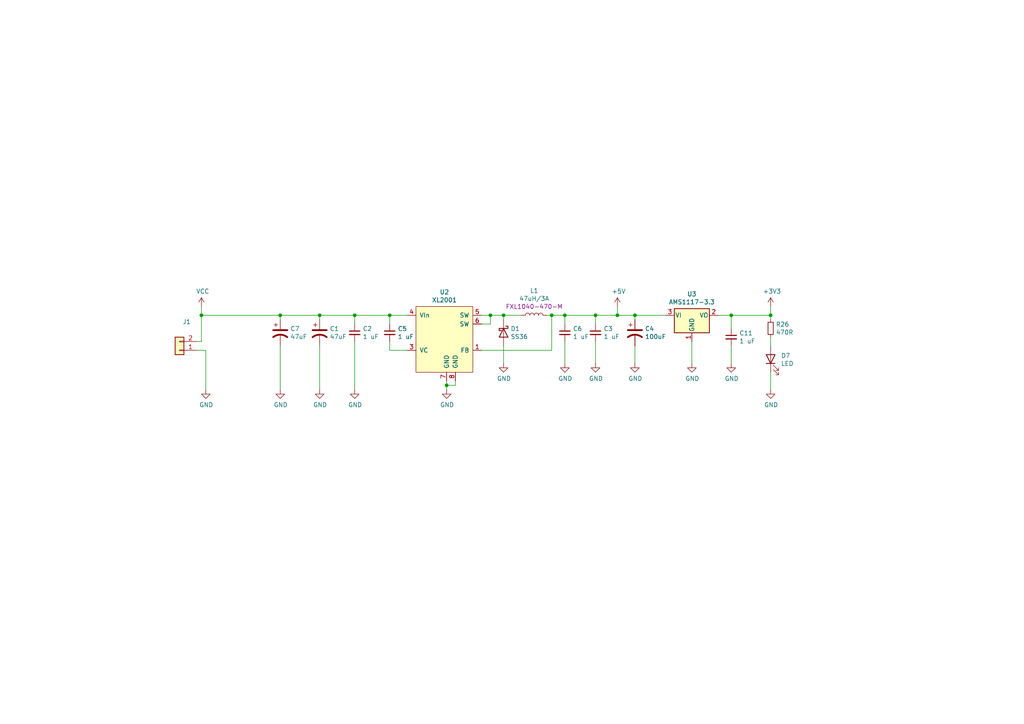
<source format=kicad_sch>
(kicad_sch (version 20211123) (generator eeschema)

  (uuid ef456dbb-003c-4f1d-bd2e-02e2cd9e2057)

  (paper "A4")

  (lib_symbols
    (symbol "Connector_Generic:Conn_01x02" (pin_names (offset 1.016) hide) (in_bom yes) (on_board yes)
      (property "Reference" "J" (id 0) (at 0 2.54 0)
        (effects (font (size 1.27 1.27)))
      )
      (property "Value" "Conn_01x02" (id 1) (at 0 -5.08 0)
        (effects (font (size 1.27 1.27)))
      )
      (property "Footprint" "" (id 2) (at 0 0 0)
        (effects (font (size 1.27 1.27)) hide)
      )
      (property "Datasheet" "~" (id 3) (at 0 0 0)
        (effects (font (size 1.27 1.27)) hide)
      )
      (property "ki_keywords" "connector" (id 4) (at 0 0 0)
        (effects (font (size 1.27 1.27)) hide)
      )
      (property "ki_description" "Generic connector, single row, 01x02, script generated (kicad-library-utils/schlib/autogen/connector/)" (id 5) (at 0 0 0)
        (effects (font (size 1.27 1.27)) hide)
      )
      (property "ki_fp_filters" "Connector*:*_1x??_*" (id 6) (at 0 0 0)
        (effects (font (size 1.27 1.27)) hide)
      )
      (symbol "Conn_01x02_1_1"
        (rectangle (start -1.27 -2.413) (end 0 -2.667)
          (stroke (width 0.1524) (type default) (color 0 0 0 0))
          (fill (type none))
        )
        (rectangle (start -1.27 0.127) (end 0 -0.127)
          (stroke (width 0.1524) (type default) (color 0 0 0 0))
          (fill (type none))
        )
        (rectangle (start -1.27 1.27) (end 1.27 -3.81)
          (stroke (width 0.254) (type default) (color 0 0 0 0))
          (fill (type background))
        )
        (pin passive line (at -5.08 0 0) (length 3.81)
          (name "Pin_1" (effects (font (size 1.27 1.27))))
          (number "1" (effects (font (size 1.27 1.27))))
        )
        (pin passive line (at -5.08 -2.54 0) (length 3.81)
          (name "Pin_2" (effects (font (size 1.27 1.27))))
          (number "2" (effects (font (size 1.27 1.27))))
        )
      )
    )
    (symbol "Device:CP1" (pin_numbers hide) (pin_names (offset 0.254) hide) (in_bom yes) (on_board yes)
      (property "Reference" "C" (id 0) (at 0.635 2.54 0)
        (effects (font (size 1.27 1.27)) (justify left))
      )
      (property "Value" "Device_CP1" (id 1) (at 0.635 -2.54 0)
        (effects (font (size 1.27 1.27)) (justify left))
      )
      (property "Footprint" "" (id 2) (at 0 0 0)
        (effects (font (size 1.27 1.27)) hide)
      )
      (property "Datasheet" "" (id 3) (at 0 0 0)
        (effects (font (size 1.27 1.27)) hide)
      )
      (property "ki_fp_filters" "CP_*" (id 4) (at 0 0 0)
        (effects (font (size 1.27 1.27)) hide)
      )
      (symbol "CP1_0_1"
        (polyline
          (pts
            (xy -2.032 0.762)
            (xy 2.032 0.762)
          )
          (stroke (width 0.508) (type default) (color 0 0 0 0))
          (fill (type none))
        )
        (polyline
          (pts
            (xy -1.778 2.286)
            (xy -0.762 2.286)
          )
          (stroke (width 0) (type default) (color 0 0 0 0))
          (fill (type none))
        )
        (polyline
          (pts
            (xy -1.27 1.778)
            (xy -1.27 2.794)
          )
          (stroke (width 0) (type default) (color 0 0 0 0))
          (fill (type none))
        )
        (arc (start 2.032 -1.27) (mid 0 -0.5572) (end -2.032 -1.27)
          (stroke (width 0.508) (type default) (color 0 0 0 0))
          (fill (type none))
        )
      )
      (symbol "CP1_1_1"
        (pin passive line (at 0 3.81 270) (length 2.794)
          (name "~" (effects (font (size 1.27 1.27))))
          (number "1" (effects (font (size 1.27 1.27))))
        )
        (pin passive line (at 0 -3.81 90) (length 3.302)
          (name "~" (effects (font (size 1.27 1.27))))
          (number "2" (effects (font (size 1.27 1.27))))
        )
      )
    )
    (symbol "Device:C_Small" (pin_numbers hide) (pin_names (offset 0.254) hide) (in_bom yes) (on_board yes)
      (property "Reference" "C" (id 0) (at 0.254 1.778 0)
        (effects (font (size 1.27 1.27)) (justify left))
      )
      (property "Value" "C_Small" (id 1) (at 0.254 -2.032 0)
        (effects (font (size 1.27 1.27)) (justify left))
      )
      (property "Footprint" "" (id 2) (at 0 0 0)
        (effects (font (size 1.27 1.27)) hide)
      )
      (property "Datasheet" "~" (id 3) (at 0 0 0)
        (effects (font (size 1.27 1.27)) hide)
      )
      (property "ki_keywords" "capacitor cap" (id 4) (at 0 0 0)
        (effects (font (size 1.27 1.27)) hide)
      )
      (property "ki_description" "Unpolarized capacitor, small symbol" (id 5) (at 0 0 0)
        (effects (font (size 1.27 1.27)) hide)
      )
      (property "ki_fp_filters" "C_*" (id 6) (at 0 0 0)
        (effects (font (size 1.27 1.27)) hide)
      )
      (symbol "C_Small_0_1"
        (polyline
          (pts
            (xy -1.524 -0.508)
            (xy 1.524 -0.508)
          )
          (stroke (width 0.3302) (type default) (color 0 0 0 0))
          (fill (type none))
        )
        (polyline
          (pts
            (xy -1.524 0.508)
            (xy 1.524 0.508)
          )
          (stroke (width 0.3048) (type default) (color 0 0 0 0))
          (fill (type none))
        )
      )
      (symbol "C_Small_1_1"
        (pin passive line (at 0 2.54 270) (length 2.032)
          (name "~" (effects (font (size 1.27 1.27))))
          (number "1" (effects (font (size 1.27 1.27))))
        )
        (pin passive line (at 0 -2.54 90) (length 2.032)
          (name "~" (effects (font (size 1.27 1.27))))
          (number "2" (effects (font (size 1.27 1.27))))
        )
      )
    )
    (symbol "Device:D_Schottky" (pin_numbers hide) (pin_names (offset 1.016) hide) (in_bom yes) (on_board yes)
      (property "Reference" "D" (id 0) (at 0 2.54 0)
        (effects (font (size 1.27 1.27)))
      )
      (property "Value" "D_Schottky" (id 1) (at 0 -2.54 0)
        (effects (font (size 1.27 1.27)))
      )
      (property "Footprint" "" (id 2) (at 0 0 0)
        (effects (font (size 1.27 1.27)) hide)
      )
      (property "Datasheet" "~" (id 3) (at 0 0 0)
        (effects (font (size 1.27 1.27)) hide)
      )
      (property "ki_keywords" "diode Schottky" (id 4) (at 0 0 0)
        (effects (font (size 1.27 1.27)) hide)
      )
      (property "ki_description" "Schottky diode" (id 5) (at 0 0 0)
        (effects (font (size 1.27 1.27)) hide)
      )
      (property "ki_fp_filters" "TO-???* *_Diode_* *SingleDiode* D_*" (id 6) (at 0 0 0)
        (effects (font (size 1.27 1.27)) hide)
      )
      (symbol "D_Schottky_0_1"
        (polyline
          (pts
            (xy 1.27 0)
            (xy -1.27 0)
          )
          (stroke (width 0) (type default) (color 0 0 0 0))
          (fill (type none))
        )
        (polyline
          (pts
            (xy 1.27 1.27)
            (xy 1.27 -1.27)
            (xy -1.27 0)
            (xy 1.27 1.27)
          )
          (stroke (width 0.254) (type default) (color 0 0 0 0))
          (fill (type none))
        )
        (polyline
          (pts
            (xy -1.905 0.635)
            (xy -1.905 1.27)
            (xy -1.27 1.27)
            (xy -1.27 -1.27)
            (xy -0.635 -1.27)
            (xy -0.635 -0.635)
          )
          (stroke (width 0.254) (type default) (color 0 0 0 0))
          (fill (type none))
        )
      )
      (symbol "D_Schottky_1_1"
        (pin passive line (at -3.81 0 0) (length 2.54)
          (name "K" (effects (font (size 1.27 1.27))))
          (number "1" (effects (font (size 1.27 1.27))))
        )
        (pin passive line (at 3.81 0 180) (length 2.54)
          (name "A" (effects (font (size 1.27 1.27))))
          (number "2" (effects (font (size 1.27 1.27))))
        )
      )
    )
    (symbol "Device:L" (pin_numbers hide) (pin_names (offset 1.016) hide) (in_bom yes) (on_board yes)
      (property "Reference" "L" (id 0) (at -1.27 0 90)
        (effects (font (size 1.27 1.27)))
      )
      (property "Value" "L" (id 1) (at 1.905 0 90)
        (effects (font (size 1.27 1.27)))
      )
      (property "Footprint" "" (id 2) (at 0 0 0)
        (effects (font (size 1.27 1.27)) hide)
      )
      (property "Datasheet" "~" (id 3) (at 0 0 0)
        (effects (font (size 1.27 1.27)) hide)
      )
      (property "ki_keywords" "inductor choke coil reactor magnetic" (id 4) (at 0 0 0)
        (effects (font (size 1.27 1.27)) hide)
      )
      (property "ki_description" "Inductor" (id 5) (at 0 0 0)
        (effects (font (size 1.27 1.27)) hide)
      )
      (property "ki_fp_filters" "Choke_* *Coil* Inductor_* L_*" (id 6) (at 0 0 0)
        (effects (font (size 1.27 1.27)) hide)
      )
      (symbol "L_0_1"
        (arc (start 0 -2.54) (mid 0.635 -1.905) (end 0 -1.27)
          (stroke (width 0) (type default) (color 0 0 0 0))
          (fill (type none))
        )
        (arc (start 0 -1.27) (mid 0.635 -0.635) (end 0 0)
          (stroke (width 0) (type default) (color 0 0 0 0))
          (fill (type none))
        )
        (arc (start 0 0) (mid 0.635 0.635) (end 0 1.27)
          (stroke (width 0) (type default) (color 0 0 0 0))
          (fill (type none))
        )
        (arc (start 0 1.27) (mid 0.635 1.905) (end 0 2.54)
          (stroke (width 0) (type default) (color 0 0 0 0))
          (fill (type none))
        )
      )
      (symbol "L_1_1"
        (pin passive line (at 0 3.81 270) (length 1.27)
          (name "1" (effects (font (size 1.27 1.27))))
          (number "1" (effects (font (size 1.27 1.27))))
        )
        (pin passive line (at 0 -3.81 90) (length 1.27)
          (name "2" (effects (font (size 1.27 1.27))))
          (number "2" (effects (font (size 1.27 1.27))))
        )
      )
    )
    (symbol "Device:LED" (pin_numbers hide) (pin_names (offset 1.016) hide) (in_bom yes) (on_board yes)
      (property "Reference" "D" (id 0) (at 0 2.54 0)
        (effects (font (size 1.27 1.27)))
      )
      (property "Value" "LED" (id 1) (at 0 -2.54 0)
        (effects (font (size 1.27 1.27)))
      )
      (property "Footprint" "" (id 2) (at 0 0 0)
        (effects (font (size 1.27 1.27)) hide)
      )
      (property "Datasheet" "~" (id 3) (at 0 0 0)
        (effects (font (size 1.27 1.27)) hide)
      )
      (property "ki_keywords" "LED diode" (id 4) (at 0 0 0)
        (effects (font (size 1.27 1.27)) hide)
      )
      (property "ki_description" "Light emitting diode" (id 5) (at 0 0 0)
        (effects (font (size 1.27 1.27)) hide)
      )
      (property "ki_fp_filters" "LED* LED_SMD:* LED_THT:*" (id 6) (at 0 0 0)
        (effects (font (size 1.27 1.27)) hide)
      )
      (symbol "LED_0_1"
        (polyline
          (pts
            (xy -1.27 -1.27)
            (xy -1.27 1.27)
          )
          (stroke (width 0.254) (type default) (color 0 0 0 0))
          (fill (type none))
        )
        (polyline
          (pts
            (xy -1.27 0)
            (xy 1.27 0)
          )
          (stroke (width 0) (type default) (color 0 0 0 0))
          (fill (type none))
        )
        (polyline
          (pts
            (xy 1.27 -1.27)
            (xy 1.27 1.27)
            (xy -1.27 0)
            (xy 1.27 -1.27)
          )
          (stroke (width 0.254) (type default) (color 0 0 0 0))
          (fill (type none))
        )
        (polyline
          (pts
            (xy -3.048 -0.762)
            (xy -4.572 -2.286)
            (xy -3.81 -2.286)
            (xy -4.572 -2.286)
            (xy -4.572 -1.524)
          )
          (stroke (width 0) (type default) (color 0 0 0 0))
          (fill (type none))
        )
        (polyline
          (pts
            (xy -1.778 -0.762)
            (xy -3.302 -2.286)
            (xy -2.54 -2.286)
            (xy -3.302 -2.286)
            (xy -3.302 -1.524)
          )
          (stroke (width 0) (type default) (color 0 0 0 0))
          (fill (type none))
        )
      )
      (symbol "LED_1_1"
        (pin passive line (at -3.81 0 0) (length 2.54)
          (name "K" (effects (font (size 1.27 1.27))))
          (number "1" (effects (font (size 1.27 1.27))))
        )
        (pin passive line (at 3.81 0 180) (length 2.54)
          (name "A" (effects (font (size 1.27 1.27))))
          (number "2" (effects (font (size 1.27 1.27))))
        )
      )
    )
    (symbol "Device:R_Small" (pin_numbers hide) (pin_names (offset 0.254) hide) (in_bom yes) (on_board yes)
      (property "Reference" "R" (id 0) (at 0.762 0.508 0)
        (effects (font (size 1.27 1.27)) (justify left))
      )
      (property "Value" "R_Small" (id 1) (at 0.762 -1.016 0)
        (effects (font (size 1.27 1.27)) (justify left))
      )
      (property "Footprint" "" (id 2) (at 0 0 0)
        (effects (font (size 1.27 1.27)) hide)
      )
      (property "Datasheet" "~" (id 3) (at 0 0 0)
        (effects (font (size 1.27 1.27)) hide)
      )
      (property "ki_keywords" "R resistor" (id 4) (at 0 0 0)
        (effects (font (size 1.27 1.27)) hide)
      )
      (property "ki_description" "Resistor, small symbol" (id 5) (at 0 0 0)
        (effects (font (size 1.27 1.27)) hide)
      )
      (property "ki_fp_filters" "R_*" (id 6) (at 0 0 0)
        (effects (font (size 1.27 1.27)) hide)
      )
      (symbol "R_Small_0_1"
        (rectangle (start -0.762 1.778) (end 0.762 -1.778)
          (stroke (width 0.2032) (type default) (color 0 0 0 0))
          (fill (type none))
        )
      )
      (symbol "R_Small_1_1"
        (pin passive line (at 0 2.54 270) (length 0.762)
          (name "~" (effects (font (size 1.27 1.27))))
          (number "1" (effects (font (size 1.27 1.27))))
        )
        (pin passive line (at 0 -2.54 90) (length 0.762)
          (name "~" (effects (font (size 1.27 1.27))))
          (number "2" (effects (font (size 1.27 1.27))))
        )
      )
    )
    (symbol "Regulator_Linear:AMS1117-3.3" (pin_names (offset 0.254)) (in_bom yes) (on_board yes)
      (property "Reference" "U" (id 0) (at -3.81 3.175 0)
        (effects (font (size 1.27 1.27)))
      )
      (property "Value" "Regulator_Linear_AMS1117-3.3" (id 1) (at 0 3.175 0)
        (effects (font (size 1.27 1.27)) (justify left))
      )
      (property "Footprint" "Package_TO_SOT_SMD:SOT-223-3_TabPin2" (id 2) (at 0 5.08 0)
        (effects (font (size 1.27 1.27)) hide)
      )
      (property "Datasheet" "" (id 3) (at 2.54 -6.35 0)
        (effects (font (size 1.27 1.27)) hide)
      )
      (property "ki_fp_filters" "SOT?223*TabPin2*" (id 4) (at 0 0 0)
        (effects (font (size 1.27 1.27)) hide)
      )
      (symbol "AMS1117-3.3_0_1"
        (rectangle (start -5.08 -5.08) (end 5.08 1.905)
          (stroke (width 0.254) (type default) (color 0 0 0 0))
          (fill (type background))
        )
      )
      (symbol "AMS1117-3.3_1_1"
        (pin power_in line (at 0 -7.62 90) (length 2.54)
          (name "GND" (effects (font (size 1.27 1.27))))
          (number "1" (effects (font (size 1.27 1.27))))
        )
        (pin power_out line (at 7.62 0 180) (length 2.54)
          (name "VO" (effects (font (size 1.27 1.27))))
          (number "2" (effects (font (size 1.27 1.27))))
        )
        (pin power_in line (at -7.62 0 0) (length 2.54)
          (name "VI" (effects (font (size 1.27 1.27))))
          (number "3" (effects (font (size 1.27 1.27))))
        )
      )
    )
    (symbol "custom:XL2001" (pin_names (offset 1.016)) (in_bom yes) (on_board yes)
      (property "Reference" "U" (id 0) (at -7.62 3.81 0)
        (effects (font (size 1.27 1.27)))
      )
      (property "Value" "XL2001" (id 1) (at -1.27 -5.08 0)
        (effects (font (size 1.27 1.27)))
      )
      (property "Footprint" "Package_SO:SOIC-8_3.9x4.9mm_P1.27mm" (id 2) (at 1.27 6.35 0)
        (effects (font (size 1.27 1.27)) hide)
      )
      (property "Datasheet" "" (id 3) (at 0 0 0)
        (effects (font (size 1.27 1.27)) hide)
      )
      (symbol "XL2001_0_1"
        (rectangle (start -8.89 -16.51) (end 7.62 2.54)
          (stroke (width 0) (type default) (color 0 0 0 0))
          (fill (type background))
        )
      )
      (symbol "XL2001_1_1"
        (pin input line (at 10.16 -10.16 180) (length 2.54)
          (name "FB" (effects (font (size 1.27 1.27))))
          (number "1" (effects (font (size 1.27 1.27))))
        )
        (pin input line (at -5.08 -19.05 90) (length 2.54) hide
          (name "NC" (effects (font (size 1.27 1.27))))
          (number "2" (effects (font (size 1.27 1.27))))
        )
        (pin passive line (at -11.43 -10.16 0) (length 2.54)
          (name "VC" (effects (font (size 1.27 1.27))))
          (number "3" (effects (font (size 1.27 1.27))))
        )
        (pin power_in line (at -11.43 0 0) (length 2.54)
          (name "VIn" (effects (font (size 1.27 1.27))))
          (number "4" (effects (font (size 1.27 1.27))))
        )
        (pin power_out line (at 10.16 0 180) (length 2.54)
          (name "SW" (effects (font (size 1.27 1.27))))
          (number "5" (effects (font (size 1.27 1.27))))
        )
        (pin power_out line (at 10.16 -2.54 180) (length 2.54)
          (name "SW" (effects (font (size 1.27 1.27))))
          (number "6" (effects (font (size 1.27 1.27))))
        )
        (pin power_in line (at 0 -19.05 90) (length 2.54)
          (name "GND" (effects (font (size 1.27 1.27))))
          (number "7" (effects (font (size 1.27 1.27))))
        )
        (pin power_in line (at 2.54 -19.05 90) (length 2.54)
          (name "GND" (effects (font (size 1.27 1.27))))
          (number "8" (effects (font (size 1.27 1.27))))
        )
      )
    )
    (symbol "power:+3V3" (power) (pin_names (offset 0)) (in_bom yes) (on_board yes)
      (property "Reference" "#PWR" (id 0) (at 0 -3.81 0)
        (effects (font (size 1.27 1.27)) hide)
      )
      (property "Value" "+3V3" (id 1) (at 0 3.556 0)
        (effects (font (size 1.27 1.27)))
      )
      (property "Footprint" "" (id 2) (at 0 0 0)
        (effects (font (size 1.27 1.27)) hide)
      )
      (property "Datasheet" "" (id 3) (at 0 0 0)
        (effects (font (size 1.27 1.27)) hide)
      )
      (property "ki_keywords" "power-flag" (id 4) (at 0 0 0)
        (effects (font (size 1.27 1.27)) hide)
      )
      (property "ki_description" "Power symbol creates a global label with name \"+3V3\"" (id 5) (at 0 0 0)
        (effects (font (size 1.27 1.27)) hide)
      )
      (symbol "+3V3_0_1"
        (polyline
          (pts
            (xy -0.762 1.27)
            (xy 0 2.54)
          )
          (stroke (width 0) (type default) (color 0 0 0 0))
          (fill (type none))
        )
        (polyline
          (pts
            (xy 0 0)
            (xy 0 2.54)
          )
          (stroke (width 0) (type default) (color 0 0 0 0))
          (fill (type none))
        )
        (polyline
          (pts
            (xy 0 2.54)
            (xy 0.762 1.27)
          )
          (stroke (width 0) (type default) (color 0 0 0 0))
          (fill (type none))
        )
      )
      (symbol "+3V3_1_1"
        (pin power_in line (at 0 0 90) (length 0) hide
          (name "+3V3" (effects (font (size 1.27 1.27))))
          (number "1" (effects (font (size 1.27 1.27))))
        )
      )
    )
    (symbol "power:+5V" (power) (pin_names (offset 0)) (in_bom yes) (on_board yes)
      (property "Reference" "#PWR" (id 0) (at 0 -3.81 0)
        (effects (font (size 1.27 1.27)) hide)
      )
      (property "Value" "+5V" (id 1) (at 0 3.556 0)
        (effects (font (size 1.27 1.27)))
      )
      (property "Footprint" "" (id 2) (at 0 0 0)
        (effects (font (size 1.27 1.27)) hide)
      )
      (property "Datasheet" "" (id 3) (at 0 0 0)
        (effects (font (size 1.27 1.27)) hide)
      )
      (property "ki_keywords" "power-flag" (id 4) (at 0 0 0)
        (effects (font (size 1.27 1.27)) hide)
      )
      (property "ki_description" "Power symbol creates a global label with name \"+5V\"" (id 5) (at 0 0 0)
        (effects (font (size 1.27 1.27)) hide)
      )
      (symbol "+5V_0_1"
        (polyline
          (pts
            (xy -0.762 1.27)
            (xy 0 2.54)
          )
          (stroke (width 0) (type default) (color 0 0 0 0))
          (fill (type none))
        )
        (polyline
          (pts
            (xy 0 0)
            (xy 0 2.54)
          )
          (stroke (width 0) (type default) (color 0 0 0 0))
          (fill (type none))
        )
        (polyline
          (pts
            (xy 0 2.54)
            (xy 0.762 1.27)
          )
          (stroke (width 0) (type default) (color 0 0 0 0))
          (fill (type none))
        )
      )
      (symbol "+5V_1_1"
        (pin power_in line (at 0 0 90) (length 0) hide
          (name "+5V" (effects (font (size 1.27 1.27))))
          (number "1" (effects (font (size 1.27 1.27))))
        )
      )
    )
    (symbol "power:GND" (power) (pin_names (offset 0)) (in_bom yes) (on_board yes)
      (property "Reference" "#PWR" (id 0) (at 0 -6.35 0)
        (effects (font (size 1.27 1.27)) hide)
      )
      (property "Value" "GND" (id 1) (at 0 -3.81 0)
        (effects (font (size 1.27 1.27)))
      )
      (property "Footprint" "" (id 2) (at 0 0 0)
        (effects (font (size 1.27 1.27)) hide)
      )
      (property "Datasheet" "" (id 3) (at 0 0 0)
        (effects (font (size 1.27 1.27)) hide)
      )
      (property "ki_keywords" "power-flag" (id 4) (at 0 0 0)
        (effects (font (size 1.27 1.27)) hide)
      )
      (property "ki_description" "Power symbol creates a global label with name \"GND\" , ground" (id 5) (at 0 0 0)
        (effects (font (size 1.27 1.27)) hide)
      )
      (symbol "GND_0_1"
        (polyline
          (pts
            (xy 0 0)
            (xy 0 -1.27)
            (xy 1.27 -1.27)
            (xy 0 -2.54)
            (xy -1.27 -1.27)
            (xy 0 -1.27)
          )
          (stroke (width 0) (type default) (color 0 0 0 0))
          (fill (type none))
        )
      )
      (symbol "GND_1_1"
        (pin power_in line (at 0 0 270) (length 0) hide
          (name "GND" (effects (font (size 1.27 1.27))))
          (number "1" (effects (font (size 1.27 1.27))))
        )
      )
    )
    (symbol "power:VCC" (power) (pin_names (offset 0)) (in_bom yes) (on_board yes)
      (property "Reference" "#PWR" (id 0) (at 0 -3.81 0)
        (effects (font (size 1.27 1.27)) hide)
      )
      (property "Value" "VCC" (id 1) (at 0 3.81 0)
        (effects (font (size 1.27 1.27)))
      )
      (property "Footprint" "" (id 2) (at 0 0 0)
        (effects (font (size 1.27 1.27)) hide)
      )
      (property "Datasheet" "" (id 3) (at 0 0 0)
        (effects (font (size 1.27 1.27)) hide)
      )
      (property "ki_keywords" "power-flag" (id 4) (at 0 0 0)
        (effects (font (size 1.27 1.27)) hide)
      )
      (property "ki_description" "Power symbol creates a global label with name \"VCC\"" (id 5) (at 0 0 0)
        (effects (font (size 1.27 1.27)) hide)
      )
      (symbol "VCC_0_1"
        (polyline
          (pts
            (xy -0.762 1.27)
            (xy 0 2.54)
          )
          (stroke (width 0) (type default) (color 0 0 0 0))
          (fill (type none))
        )
        (polyline
          (pts
            (xy 0 0)
            (xy 0 2.54)
          )
          (stroke (width 0) (type default) (color 0 0 0 0))
          (fill (type none))
        )
        (polyline
          (pts
            (xy 0 2.54)
            (xy 0.762 1.27)
          )
          (stroke (width 0) (type default) (color 0 0 0 0))
          (fill (type none))
        )
      )
      (symbol "VCC_1_1"
        (pin power_in line (at 0 0 90) (length 0) hide
          (name "VCC" (effects (font (size 1.27 1.27))))
          (number "1" (effects (font (size 1.27 1.27))))
        )
      )
    )
  )

  (junction (at 184.15 91.44) (diameter 0) (color 0 0 0 0)
    (uuid 4c42d5b3-9fe1-44fd-a8d5-16fe75ecc67b)
  )
  (junction (at 163.83 91.44) (diameter 0) (color 0 0 0 0)
    (uuid 4e914055-1440-4f6b-a2e2-3c21709f0a22)
  )
  (junction (at 179.07 91.44) (diameter 0) (color 0 0 0 0)
    (uuid 5566280b-4cb3-48a2-b378-a8055cf8a93e)
  )
  (junction (at 212.09 91.44) (diameter 0) (color 0 0 0 0)
    (uuid 651b51ca-fc4d-4f0d-8e8c-726e0b6d57c7)
  )
  (junction (at 113.03 91.44) (diameter 0) (color 0 0 0 0)
    (uuid 7108725d-d3ff-4ace-a59c-f9029323e2ef)
  )
  (junction (at 92.71 91.44) (diameter 0) (color 0 0 0 0)
    (uuid 751b6c0a-d95f-4844-8c21-159537ca5f41)
  )
  (junction (at 81.28 91.44) (diameter 0) (color 0 0 0 0)
    (uuid 81796c04-86a6-471c-83ad-1158b102d1e3)
  )
  (junction (at 142.24 91.44) (diameter 0) (color 0 0 0 0)
    (uuid 9b910c7f-2658-4050-ab20-b1c595dbd5ca)
  )
  (junction (at 129.54 111.76) (diameter 0) (color 0 0 0 0)
    (uuid aa8dfed4-0ee9-4567-a953-a0fb8eda8f72)
  )
  (junction (at 58.42 91.44) (diameter 0) (color 0 0 0 0)
    (uuid b0e31e6c-f985-4c9a-891e-4cfd6ea24acb)
  )
  (junction (at 172.72 91.44) (diameter 0) (color 0 0 0 0)
    (uuid b1dd08ca-2fd1-48b1-969b-7a0601b94119)
  )
  (junction (at 102.87 91.44) (diameter 0) (color 0 0 0 0)
    (uuid c9914b29-05fc-4aa4-93b1-61aeea076128)
  )
  (junction (at 160.02 91.44) (diameter 0) (color 0 0 0 0)
    (uuid f382db32-e7dc-4c21-afa7-f508cdb432f3)
  )
  (junction (at 146.05 91.44) (diameter 0) (color 0 0 0 0)
    (uuid f50674fa-1a9e-4a5c-876d-d8cd51cdd7d8)
  )
  (junction (at 223.52 91.44) (diameter 0) (color 0 0 0 0)
    (uuid fe51d82b-f01d-4aa0-bae1-d4e7e0f04762)
  )

  (wire (pts (xy 59.69 101.6) (xy 59.69 113.03))
    (stroke (width 0) (type default) (color 0 0 0 0))
    (uuid 04be9051-771d-4c2a-ab52-5a26f130f938)
  )
  (wire (pts (xy 129.54 113.03) (xy 129.54 111.76))
    (stroke (width 0) (type default) (color 0 0 0 0))
    (uuid 063c1faa-3e03-4e00-977c-3bc076a91e14)
  )
  (wire (pts (xy 163.83 91.44) (xy 172.72 91.44))
    (stroke (width 0) (type default) (color 0 0 0 0))
    (uuid 0b61b262-2fa4-443b-82fc-34655a500cc6)
  )
  (wire (pts (xy 223.52 97.79) (xy 223.52 100.33))
    (stroke (width 0) (type default) (color 0 0 0 0))
    (uuid 0f7e4fb9-c7a6-49a3-bad1-5020b3b29a7e)
  )
  (wire (pts (xy 160.02 91.44) (xy 163.83 91.44))
    (stroke (width 0) (type default) (color 0 0 0 0))
    (uuid 16ef2560-e15b-4726-9ee5-70072606e541)
  )
  (wire (pts (xy 179.07 91.44) (xy 179.07 88.9))
    (stroke (width 0) (type default) (color 0 0 0 0))
    (uuid 1a88fbee-5653-4694-951f-752ebdf18745)
  )
  (wire (pts (xy 113.03 93.98) (xy 113.03 91.44))
    (stroke (width 0) (type default) (color 0 0 0 0))
    (uuid 1aff6fdb-f6dc-431f-8d38-67b27f3c746a)
  )
  (wire (pts (xy 193.04 91.44) (xy 184.15 91.44))
    (stroke (width 0) (type default) (color 0 0 0 0))
    (uuid 20008e9a-c522-4e60-a29d-88f73cbcf391)
  )
  (wire (pts (xy 172.72 91.44) (xy 179.07 91.44))
    (stroke (width 0) (type default) (color 0 0 0 0))
    (uuid 2684083b-6136-4d97-b28b-8df7b41787e9)
  )
  (wire (pts (xy 163.83 99.06) (xy 163.83 105.41))
    (stroke (width 0) (type default) (color 0 0 0 0))
    (uuid 291a29b0-79a0-4836-b7ca-e2ffc1f3a585)
  )
  (wire (pts (xy 160.02 91.44) (xy 158.75 91.44))
    (stroke (width 0) (type default) (color 0 0 0 0))
    (uuid 2a327f58-776e-41cd-a7d8-01e10f8be062)
  )
  (wire (pts (xy 212.09 95.25) (xy 212.09 91.44))
    (stroke (width 0) (type default) (color 0 0 0 0))
    (uuid 2b6ab3af-5862-46e4-b3e5-c3b69ae61b21)
  )
  (wire (pts (xy 57.15 99.06) (xy 58.42 99.06))
    (stroke (width 0) (type default) (color 0 0 0 0))
    (uuid 2d87c924-14da-4edd-9bdb-a1cd1e389f4c)
  )
  (wire (pts (xy 200.66 99.06) (xy 200.66 105.41))
    (stroke (width 0) (type default) (color 0 0 0 0))
    (uuid 2dc8c77f-db4a-46ad-80b0-d941a01b234b)
  )
  (wire (pts (xy 113.03 99.06) (xy 113.03 101.6))
    (stroke (width 0) (type default) (color 0 0 0 0))
    (uuid 324eab89-63cc-426d-80c9-039868ea5bf2)
  )
  (wire (pts (xy 223.52 92.71) (xy 223.52 91.44))
    (stroke (width 0) (type default) (color 0 0 0 0))
    (uuid 3f50f38e-c872-4634-a362-46108fb12d25)
  )
  (wire (pts (xy 129.54 111.76) (xy 129.54 110.49))
    (stroke (width 0) (type default) (color 0 0 0 0))
    (uuid 463121b4-4bcf-4888-aca0-3750e72aa9a7)
  )
  (wire (pts (xy 146.05 105.41) (xy 146.05 100.33))
    (stroke (width 0) (type default) (color 0 0 0 0))
    (uuid 527942ba-a48f-4899-a480-b07f5f7202bf)
  )
  (wire (pts (xy 184.15 100.33) (xy 184.15 105.41))
    (stroke (width 0) (type default) (color 0 0 0 0))
    (uuid 56973f5a-9187-4b2d-9256-748484364d41)
  )
  (wire (pts (xy 184.15 91.44) (xy 184.15 92.71))
    (stroke (width 0) (type default) (color 0 0 0 0))
    (uuid 56e2ac0b-a847-4e94-9ef3-6c3528c43c83)
  )
  (wire (pts (xy 113.03 101.6) (xy 118.11 101.6))
    (stroke (width 0) (type default) (color 0 0 0 0))
    (uuid 5714efe6-d46e-4578-9372-6eb4828853cc)
  )
  (wire (pts (xy 92.71 100.33) (xy 92.71 113.03))
    (stroke (width 0) (type default) (color 0 0 0 0))
    (uuid 594c1c8a-01cf-4925-92a9-3d6d04a12109)
  )
  (wire (pts (xy 58.42 91.44) (xy 58.42 88.9))
    (stroke (width 0) (type default) (color 0 0 0 0))
    (uuid 641a2c33-d78f-4d83-9762-c0329866019d)
  )
  (wire (pts (xy 223.52 91.44) (xy 212.09 91.44))
    (stroke (width 0) (type default) (color 0 0 0 0))
    (uuid 6f257330-d372-4e26-82b1-31127468e338)
  )
  (wire (pts (xy 212.09 91.44) (xy 208.28 91.44))
    (stroke (width 0) (type default) (color 0 0 0 0))
    (uuid 70582a2d-90d7-46ba-af16-8280a8c0e441)
  )
  (wire (pts (xy 81.28 100.33) (xy 81.28 113.03))
    (stroke (width 0) (type default) (color 0 0 0 0))
    (uuid 75517052-ac2a-4759-a16f-8444d105403f)
  )
  (wire (pts (xy 139.7 91.44) (xy 142.24 91.44))
    (stroke (width 0) (type default) (color 0 0 0 0))
    (uuid 78551cb3-346f-4df8-9558-1a1765fadd96)
  )
  (wire (pts (xy 163.83 91.44) (xy 163.83 93.98))
    (stroke (width 0) (type default) (color 0 0 0 0))
    (uuid 7da47199-6983-4674-bd4a-552bf2f3f064)
  )
  (wire (pts (xy 179.07 91.44) (xy 184.15 91.44))
    (stroke (width 0) (type default) (color 0 0 0 0))
    (uuid 7f43a651-e90e-42a2-9689-58e229047186)
  )
  (wire (pts (xy 102.87 99.06) (xy 102.87 113.03))
    (stroke (width 0) (type default) (color 0 0 0 0))
    (uuid 8320d65b-ba59-44eb-8537-6f603a268695)
  )
  (wire (pts (xy 58.42 99.06) (xy 58.42 91.44))
    (stroke (width 0) (type default) (color 0 0 0 0))
    (uuid 874d6d16-4125-4b78-a314-5f25f75a3cec)
  )
  (wire (pts (xy 212.09 100.33) (xy 212.09 105.41))
    (stroke (width 0) (type default) (color 0 0 0 0))
    (uuid 8de4a807-710b-4c26-9e67-c5751ce4f412)
  )
  (wire (pts (xy 57.15 101.6) (xy 59.69 101.6))
    (stroke (width 0) (type default) (color 0 0 0 0))
    (uuid 9719f300-87df-44fb-85d0-f5de3f0c4a1a)
  )
  (wire (pts (xy 113.03 91.44) (xy 118.11 91.44))
    (stroke (width 0) (type default) (color 0 0 0 0))
    (uuid 9f1ebb24-5efe-4851-adb4-96bc4fdd4439)
  )
  (wire (pts (xy 81.28 92.71) (xy 81.28 91.44))
    (stroke (width 0) (type default) (color 0 0 0 0))
    (uuid a145b611-3f53-40d7-b5c6-220b001e4f10)
  )
  (wire (pts (xy 172.72 91.44) (xy 172.72 93.98))
    (stroke (width 0) (type default) (color 0 0 0 0))
    (uuid af8f5629-c6b6-4652-b898-0c5f53818043)
  )
  (wire (pts (xy 129.54 111.76) (xy 132.08 111.76))
    (stroke (width 0) (type default) (color 0 0 0 0))
    (uuid b443790b-9a10-40e6-9a7a-b65eb7707aef)
  )
  (wire (pts (xy 102.87 91.44) (xy 113.03 91.44))
    (stroke (width 0) (type default) (color 0 0 0 0))
    (uuid b920caad-2f3f-4582-aa68-8321cfff405e)
  )
  (wire (pts (xy 160.02 101.6) (xy 160.02 91.44))
    (stroke (width 0) (type default) (color 0 0 0 0))
    (uuid bad0843f-4fc6-45e5-bd13-f36ea30dfc63)
  )
  (wire (pts (xy 146.05 91.44) (xy 151.13 91.44))
    (stroke (width 0) (type default) (color 0 0 0 0))
    (uuid be5553ab-ab46-4dd6-b2d7-891410d2b32c)
  )
  (wire (pts (xy 223.52 88.9) (xy 223.52 91.44))
    (stroke (width 0) (type default) (color 0 0 0 0))
    (uuid bf928f86-3500-4d85-b940-9653d100ba3e)
  )
  (wire (pts (xy 139.7 93.98) (xy 142.24 93.98))
    (stroke (width 0) (type default) (color 0 0 0 0))
    (uuid c1741654-d148-4ffa-bbc3-4049279ae82c)
  )
  (wire (pts (xy 132.08 111.76) (xy 132.08 110.49))
    (stroke (width 0) (type default) (color 0 0 0 0))
    (uuid cb8a5c2f-c989-4cf1-9fef-d37af86c3d7d)
  )
  (wire (pts (xy 102.87 93.98) (xy 102.87 91.44))
    (stroke (width 0) (type default) (color 0 0 0 0))
    (uuid d2c01c6e-07b2-4f79-8fdf-b90a371ff415)
  )
  (wire (pts (xy 92.71 91.44) (xy 102.87 91.44))
    (stroke (width 0) (type default) (color 0 0 0 0))
    (uuid d3807a1f-1f98-4d58-b871-88870ed945d7)
  )
  (wire (pts (xy 81.28 91.44) (xy 92.71 91.44))
    (stroke (width 0) (type default) (color 0 0 0 0))
    (uuid d3a8ac51-5c76-4688-b8bf-7bd31b620b46)
  )
  (wire (pts (xy 92.71 92.71) (xy 92.71 91.44))
    (stroke (width 0) (type default) (color 0 0 0 0))
    (uuid d5abf3f8-e2f8-4dec-b5cd-4a26e7edc8e5)
  )
  (wire (pts (xy 142.24 91.44) (xy 146.05 91.44))
    (stroke (width 0) (type default) (color 0 0 0 0))
    (uuid e52002d2-dd18-4d17-969a-9e2fc3724a41)
  )
  (wire (pts (xy 58.42 91.44) (xy 81.28 91.44))
    (stroke (width 0) (type default) (color 0 0 0 0))
    (uuid e5a7f2f4-ee1b-4d1e-9e38-79a19ce4d8a0)
  )
  (wire (pts (xy 139.7 101.6) (xy 160.02 101.6))
    (stroke (width 0) (type default) (color 0 0 0 0))
    (uuid f0a3cd0b-a619-47b0-844f-396d5ea8c48a)
  )
  (wire (pts (xy 172.72 99.06) (xy 172.72 105.41))
    (stroke (width 0) (type default) (color 0 0 0 0))
    (uuid f20400c3-4bd6-4d8d-bccc-c73d29fea71e)
  )
  (wire (pts (xy 142.24 93.98) (xy 142.24 91.44))
    (stroke (width 0) (type default) (color 0 0 0 0))
    (uuid f7864ea8-6fc4-4838-a0eb-b894d9695ce3)
  )
  (wire (pts (xy 223.52 113.03) (xy 223.52 107.95))
    (stroke (width 0) (type default) (color 0 0 0 0))
    (uuid fc2539e5-b7b7-4f81-9800-c32df47ad035)
  )
  (wire (pts (xy 146.05 92.71) (xy 146.05 91.44))
    (stroke (width 0) (type default) (color 0 0 0 0))
    (uuid ffa56c03-055a-4645-9316-349a5240ab86)
  )

  (symbol (lib_id "Device:L") (at 154.94 91.44 90) (unit 1)
    (in_bom yes) (on_board yes)
    (uuid 02eb010a-6fc7-4cc3-9f73-2b4b1cd177cb)
    (property "Reference" "L1" (id 0) (at 154.94 84.3026 90))
    (property "Value" "47uH/3A" (id 1) (at 154.94 86.614 90))
    (property "Footprint" "Inductor_SMD:L_Wuerth_HCI-1040" (id 2) (at 154.94 91.44 0)
      (effects (font (size 1.27 1.27)) hide)
    )
    (property "Datasheet" "~" (id 3) (at 154.94 91.44 0)
      (effects (font (size 1.27 1.27)) hide)
    )
    (property "PN" "FXL1040-470-M" (id 4) (at 154.94 88.9254 90))
    (property "LCSC" "C14663" (id 5) (at 154.94 84.3026 0)
      (effects (font (size 1.27 1.27)) hide)
    )
    (pin "1" (uuid bc0925d2-b151-4f4e-8f76-9d5007db2130))
    (pin "2" (uuid a74bafa2-bdd0-4012-9117-f4fa9b57ff66))
  )

  (symbol (lib_id "Device:LED") (at 223.52 104.14 90) (unit 1)
    (in_bom yes) (on_board yes)
    (uuid 1e2322c6-3177-47c3-8e0b-aaadff03d317)
    (property "Reference" "D7" (id 0) (at 226.5172 103.1494 90)
      (effects (font (size 1.27 1.27)) (justify right))
    )
    (property "Value" "LED" (id 1) (at 226.5172 105.4608 90)
      (effects (font (size 1.27 1.27)) (justify right))
    )
    (property "Footprint" "custom:CHIPLED_0603" (id 2) (at 223.52 104.14 0)
      (effects (font (size 1.27 1.27)) hide)
    )
    (property "Datasheet" "~" (id 3) (at 223.52 104.14 0)
      (effects (font (size 1.27 1.27)) hide)
    )
    (property "LCSC" "C14663" (id 4) (at 226.5172 103.1494 0)
      (effects (font (size 1.27 1.27)) hide)
    )
    (pin "1" (uuid 1099c869-6b3f-4fea-abad-342c6d61f8d8))
    (pin "2" (uuid 7e00822a-c18e-4742-8ab9-fb04d0490d3d))
  )

  (symbol (lib_id "Device:CP1") (at 81.28 96.52 0) (unit 1)
    (in_bom yes) (on_board yes)
    (uuid 231d40ad-99dd-4bff-9997-ed50f6eae3d0)
    (property "Reference" "C7" (id 0) (at 84.201 95.3516 0)
      (effects (font (size 1.27 1.27)) (justify left))
    )
    (property "Value" "47uF" (id 1) (at 84.201 97.663 0)
      (effects (font (size 1.27 1.27)) (justify left))
    )
    (property "Footprint" "Capacitor_Tantalum_SMD:CP_EIA-7343-20_Kemet-V" (id 2) (at 81.28 96.52 0)
      (effects (font (size 1.27 1.27)) hide)
    )
    (property "Datasheet" "~" (id 3) (at 81.28 96.52 0)
      (effects (font (size 1.27 1.27)) hide)
    )
    (property "LCSC" "C14663" (id 4) (at 84.201 95.3516 0)
      (effects (font (size 1.27 1.27)) hide)
    )
    (pin "1" (uuid dd529199-b0aa-4d6c-8771-29e880962d02))
    (pin "2" (uuid 809f1fb6-e592-4dcb-997e-e8d1809c3806))
  )

  (symbol (lib_id "power:GND") (at 172.72 105.41 0) (unit 1)
    (in_bom yes) (on_board yes)
    (uuid 302cf35e-f9ec-4d85-b58d-e56671bd418c)
    (property "Reference" "#PWR0110" (id 0) (at 172.72 111.76 0)
      (effects (font (size 1.27 1.27)) hide)
    )
    (property "Value" "GND" (id 1) (at 172.847 109.8042 0))
    (property "Footprint" "" (id 2) (at 172.72 105.41 0)
      (effects (font (size 1.27 1.27)) hide)
    )
    (property "Datasheet" "" (id 3) (at 172.72 105.41 0)
      (effects (font (size 1.27 1.27)) hide)
    )
    (property "LCSC" "C14663" (id 4) (at 172.72 111.76 0)
      (effects (font (size 1.27 1.27)) hide)
    )
    (pin "1" (uuid 96a2749b-5032-4d01-968f-02a6575fe389))
  )

  (symbol (lib_id "Connector_Generic:Conn_01x02") (at 52.07 101.6 180) (unit 1)
    (in_bom yes) (on_board yes)
    (uuid 33c83dc9-d837-45d1-9b86-aac089957142)
    (property "Reference" "J1" (id 0) (at 54.1528 93.345 0))
    (property "Value" "Conn_01x02" (id 1) (at 54.1528 95.6564 0)
      (effects (font (size 1.27 1.27)) hide)
    )
    (property "Footprint" "Connector_JST:JST_XH_B2B-XH-AM_1x02_P2.50mm_Vertical" (id 2) (at 52.07 101.6 0)
      (effects (font (size 1.27 1.27)) hide)
    )
    (property "Datasheet" "~" (id 3) (at 52.07 101.6 0)
      (effects (font (size 1.27 1.27)) hide)
    )
    (property "LCSC" "C14663" (id 4) (at 54.1528 93.345 0)
      (effects (font (size 1.27 1.27)) hide)
    )
    (pin "1" (uuid 94c55976-e378-49bc-97ea-29b8c13cec0a))
    (pin "2" (uuid d480caf5-50e4-46f8-a8af-67902a772ddb))
  )

  (symbol (lib_id "power:GND") (at 129.54 113.03 0) (unit 1)
    (in_bom yes) (on_board yes)
    (uuid 349b6308-79f1-4fb2-923a-6fbcaf073e91)
    (property "Reference" "#PWR0111" (id 0) (at 129.54 119.38 0)
      (effects (font (size 1.27 1.27)) hide)
    )
    (property "Value" "GND" (id 1) (at 129.667 117.4242 0))
    (property "Footprint" "" (id 2) (at 129.54 113.03 0)
      (effects (font (size 1.27 1.27)) hide)
    )
    (property "Datasheet" "" (id 3) (at 129.54 113.03 0)
      (effects (font (size 1.27 1.27)) hide)
    )
    (property "LCSC" "C14663" (id 4) (at 129.54 119.38 0)
      (effects (font (size 1.27 1.27)) hide)
    )
    (pin "1" (uuid 42470be0-46ed-419e-b77e-8a92abc01b22))
  )

  (symbol (lib_id "power:GND") (at 146.05 105.41 0) (unit 1)
    (in_bom yes) (on_board yes)
    (uuid 41dec9ed-59b2-4282-9b50-680514cfd5b0)
    (property "Reference" "#PWR0108" (id 0) (at 146.05 111.76 0)
      (effects (font (size 1.27 1.27)) hide)
    )
    (property "Value" "GND" (id 1) (at 146.177 109.8042 0))
    (property "Footprint" "" (id 2) (at 146.05 105.41 0)
      (effects (font (size 1.27 1.27)) hide)
    )
    (property "Datasheet" "" (id 3) (at 146.05 105.41 0)
      (effects (font (size 1.27 1.27)) hide)
    )
    (property "LCSC" "C14663" (id 4) (at 146.05 111.76 0)
      (effects (font (size 1.27 1.27)) hide)
    )
    (pin "1" (uuid a766e301-1de7-4126-967e-790e5068aa7b))
  )

  (symbol (lib_id "Device:C_Small") (at 212.09 97.79 0) (unit 1)
    (in_bom yes) (on_board yes)
    (uuid 432fd403-a1ba-45b1-b246-d24ede83b4f2)
    (property "Reference" "C11" (id 0) (at 214.4268 96.6216 0)
      (effects (font (size 1.27 1.27)) (justify left))
    )
    (property "Value" "1 uF" (id 1) (at 214.4268 98.933 0)
      (effects (font (size 1.27 1.27)) (justify left))
    )
    (property "Footprint" "Capacitor_SMD:C_0603_1608Metric" (id 2) (at 212.09 97.79 0)
      (effects (font (size 1.27 1.27)) hide)
    )
    (property "Datasheet" "~" (id 3) (at 212.09 97.79 0)
      (effects (font (size 1.27 1.27)) hide)
    )
    (property "LCSC" "C14663" (id 4) (at 214.4268 96.6216 0)
      (effects (font (size 1.27 1.27)) hide)
    )
    (pin "1" (uuid 1ae70e17-ae5e-45e0-bc00-0ddd5268e716))
    (pin "2" (uuid 1a9b6e9d-304c-40ca-9bda-4bc2534ea1d7))
  )

  (symbol (lib_id "Regulator_Linear:AMS1117-3.3") (at 200.66 91.44 0) (unit 1)
    (in_bom yes) (on_board yes)
    (uuid 43b92257-9132-4de9-a86c-ff57a368d59a)
    (property "Reference" "U3" (id 0) (at 200.66 85.2932 0))
    (property "Value" "AMS1117-3.3" (id 1) (at 200.66 87.6046 0))
    (property "Footprint" "Package_TO_SOT_SMD:SOT-223-3_TabPin2" (id 2) (at 200.66 86.36 0)
      (effects (font (size 1.27 1.27)) hide)
    )
    (property "Datasheet" "http://www.advanced-monolithic.com/pdf/ds1117.pdf" (id 3) (at 203.2 97.79 0)
      (effects (font (size 1.27 1.27)) hide)
    )
    (property "LCSC" "C14663" (id 4) (at 200.66 85.2932 0)
      (effects (font (size 1.27 1.27)) hide)
    )
    (pin "1" (uuid 0a7f232f-9e3f-4267-a3ab-df68e4b5d95e))
    (pin "2" (uuid 54d93d87-7f1d-493d-a499-64d195040d52))
    (pin "3" (uuid bab4fb53-9353-4dce-8d91-2c0970858d24))
  )

  (symbol (lib_id "Device:D_Schottky") (at 146.05 96.52 270) (unit 1)
    (in_bom yes) (on_board yes)
    (uuid 49c5d435-c169-4ac9-b41e-ce6bfb5feab5)
    (property "Reference" "D1" (id 0) (at 148.082 95.3516 90)
      (effects (font (size 1.27 1.27)) (justify left))
    )
    (property "Value" "SS36" (id 1) (at 148.082 97.663 90)
      (effects (font (size 1.27 1.27)) (justify left))
    )
    (property "Footprint" "Diode_SMD:D_SMA" (id 2) (at 146.05 96.52 0)
      (effects (font (size 1.27 1.27)) hide)
    )
    (property "Datasheet" "~" (id 3) (at 146.05 96.52 0)
      (effects (font (size 1.27 1.27)) hide)
    )
    (property "LCSC" "C14663" (id 4) (at 148.082 95.3516 0)
      (effects (font (size 1.27 1.27)) hide)
    )
    (pin "1" (uuid 1428b154-e10a-43e8-ac8a-acc520a4550e))
    (pin "2" (uuid 57427429-9dc3-496d-8c1f-7d6a9a7d3721))
  )

  (symbol (lib_id "power:GND") (at 184.15 105.41 0) (unit 1)
    (in_bom yes) (on_board yes)
    (uuid 4c540ab2-9bf1-445c-85a8-9b0f0a3480b6)
    (property "Reference" "#PWR0120" (id 0) (at 184.15 111.76 0)
      (effects (font (size 1.27 1.27)) hide)
    )
    (property "Value" "GND" (id 1) (at 184.277 109.8042 0))
    (property "Footprint" "" (id 2) (at 184.15 105.41 0)
      (effects (font (size 1.27 1.27)) hide)
    )
    (property "Datasheet" "" (id 3) (at 184.15 105.41 0)
      (effects (font (size 1.27 1.27)) hide)
    )
    (property "LCSC" "C14663" (id 4) (at 184.15 111.76 0)
      (effects (font (size 1.27 1.27)) hide)
    )
    (pin "1" (uuid 4ec86ca5-a8d8-48a9-b9e0-e620434df86a))
  )

  (symbol (lib_id "power:GND") (at 223.52 113.03 0) (unit 1)
    (in_bom yes) (on_board yes)
    (uuid 5d2ee63e-4205-4a7c-944d-ceaebdeec375)
    (property "Reference" "#PWR0118" (id 0) (at 223.52 119.38 0)
      (effects (font (size 1.27 1.27)) hide)
    )
    (property "Value" "GND" (id 1) (at 223.647 117.4242 0))
    (property "Footprint" "" (id 2) (at 223.52 113.03 0)
      (effects (font (size 1.27 1.27)) hide)
    )
    (property "Datasheet" "" (id 3) (at 223.52 113.03 0)
      (effects (font (size 1.27 1.27)) hide)
    )
    (property "LCSC" "C14663" (id 4) (at 223.52 119.38 0)
      (effects (font (size 1.27 1.27)) hide)
    )
    (pin "1" (uuid 3b94758c-6eb8-4d66-af09-745869f937ae))
  )

  (symbol (lib_id "power:GND") (at 200.66 105.41 0) (unit 1)
    (in_bom yes) (on_board yes)
    (uuid 669037f2-8817-47b4-aa4f-3420a45c377d)
    (property "Reference" "#PWR0121" (id 0) (at 200.66 111.76 0)
      (effects (font (size 1.27 1.27)) hide)
    )
    (property "Value" "GND" (id 1) (at 200.787 109.8042 0))
    (property "Footprint" "" (id 2) (at 200.66 105.41 0)
      (effects (font (size 1.27 1.27)) hide)
    )
    (property "Datasheet" "" (id 3) (at 200.66 105.41 0)
      (effects (font (size 1.27 1.27)) hide)
    )
    (property "LCSC" "C14663" (id 4) (at 200.66 111.76 0)
      (effects (font (size 1.27 1.27)) hide)
    )
    (pin "1" (uuid dd462b77-35c5-4ebb-a721-93333d763315))
  )

  (symbol (lib_id "custom:XL2001") (at 129.54 91.44 0) (unit 1)
    (in_bom yes) (on_board yes)
    (uuid 6b9e319f-ab46-459a-ad3a-ac946cbd847f)
    (property "Reference" "U2" (id 0) (at 128.905 84.709 0))
    (property "Value" "XL2001" (id 1) (at 128.905 87.0204 0))
    (property "Footprint" "Package_SO:SOIC-8_3.9x4.9mm_P1.27mm" (id 2) (at 130.81 85.09 0)
      (effects (font (size 1.27 1.27)) hide)
    )
    (property "Datasheet" "" (id 3) (at 129.54 91.44 0)
      (effects (font (size 1.27 1.27)) hide)
    )
    (property "LCSC" "C14663" (id 4) (at 128.905 84.709 0)
      (effects (font (size 1.27 1.27)) hide)
    )
    (pin "1" (uuid 6ab0ad6c-99a4-4de2-850b-1668423b349a))
    (pin "2" (uuid d1b9e48e-2762-423c-b79e-a0fc53861b29))
    (pin "3" (uuid 7daf9219-b4c6-405e-a521-c5fca671a759))
    (pin "4" (uuid b4d09f70-809c-49f3-9271-298728fd20bb))
    (pin "5" (uuid 7ec634c2-6402-4af2-a266-0b73864394cd))
    (pin "6" (uuid d97633ca-1752-4c33-aa8d-d9fb1d0b2a73))
    (pin "7" (uuid f131b373-1d53-4b44-936f-ce5458892c6f))
    (pin "8" (uuid 1137c27d-c63d-4768-9f1a-4a3f41c801ca))
  )

  (symbol (lib_id "power:GND") (at 92.71 113.03 0) (unit 1)
    (in_bom yes) (on_board yes)
    (uuid 6f9cc38a-a94c-4644-8b43-533d2a8f996b)
    (property "Reference" "#PWR0113" (id 0) (at 92.71 119.38 0)
      (effects (font (size 1.27 1.27)) hide)
    )
    (property "Value" "GND" (id 1) (at 92.837 117.4242 0))
    (property "Footprint" "" (id 2) (at 92.71 113.03 0)
      (effects (font (size 1.27 1.27)) hide)
    )
    (property "Datasheet" "" (id 3) (at 92.71 113.03 0)
      (effects (font (size 1.27 1.27)) hide)
    )
    (property "LCSC" "C14663" (id 4) (at 92.71 119.38 0)
      (effects (font (size 1.27 1.27)) hide)
    )
    (pin "1" (uuid 32d0a777-e349-4401-ba90-9bb748202e84))
  )

  (symbol (lib_id "power:GND") (at 81.28 113.03 0) (unit 1)
    (in_bom yes) (on_board yes)
    (uuid 778a8255-f509-45d4-a3d9-2b09a510dece)
    (property "Reference" "#PWR0112" (id 0) (at 81.28 119.38 0)
      (effects (font (size 1.27 1.27)) hide)
    )
    (property "Value" "GND" (id 1) (at 81.407 117.4242 0))
    (property "Footprint" "" (id 2) (at 81.28 113.03 0)
      (effects (font (size 1.27 1.27)) hide)
    )
    (property "Datasheet" "" (id 3) (at 81.28 113.03 0)
      (effects (font (size 1.27 1.27)) hide)
    )
    (property "LCSC" "C14663" (id 4) (at 81.28 119.38 0)
      (effects (font (size 1.27 1.27)) hide)
    )
    (pin "1" (uuid e2f32783-ec63-434f-933b-5389f6b163c0))
  )

  (symbol (lib_id "power:+5V") (at 179.07 88.9 0) (unit 1)
    (in_bom yes) (on_board yes)
    (uuid 7ad7f4e3-d972-4370-bd86-c444a69a8647)
    (property "Reference" "#PWR0122" (id 0) (at 179.07 92.71 0)
      (effects (font (size 1.27 1.27)) hide)
    )
    (property "Value" "+5V" (id 1) (at 179.451 84.5058 0))
    (property "Footprint" "" (id 2) (at 179.07 88.9 0)
      (effects (font (size 1.27 1.27)) hide)
    )
    (property "Datasheet" "" (id 3) (at 179.07 88.9 0)
      (effects (font (size 1.27 1.27)) hide)
    )
    (property "LCSC" "C14663" (id 4) (at 179.07 92.71 0)
      (effects (font (size 1.27 1.27)) hide)
    )
    (pin "1" (uuid 007cde9e-3bee-44f4-9fe3-166d621005d4))
  )

  (symbol (lib_id "power:GND") (at 163.83 105.41 0) (unit 1)
    (in_bom yes) (on_board yes)
    (uuid 88f038ff-ef5c-400b-bf8c-0f0acd143385)
    (property "Reference" "#PWR0109" (id 0) (at 163.83 111.76 0)
      (effects (font (size 1.27 1.27)) hide)
    )
    (property "Value" "GND" (id 1) (at 163.957 109.8042 0))
    (property "Footprint" "" (id 2) (at 163.83 105.41 0)
      (effects (font (size 1.27 1.27)) hide)
    )
    (property "Datasheet" "" (id 3) (at 163.83 105.41 0)
      (effects (font (size 1.27 1.27)) hide)
    )
    (property "LCSC" "C14663" (id 4) (at 163.83 111.76 0)
      (effects (font (size 1.27 1.27)) hide)
    )
    (pin "1" (uuid a17c65c0-ebec-409b-acfd-18af8bcdb9ea))
  )

  (symbol (lib_id "power:VCC") (at 58.42 88.9 0) (unit 1)
    (in_bom yes) (on_board yes)
    (uuid 9069af64-4c65-4700-be15-c6ee29667c72)
    (property "Reference" "#PWR0116" (id 0) (at 58.42 92.71 0)
      (effects (font (size 1.27 1.27)) hide)
    )
    (property "Value" "VCC" (id 1) (at 58.801 84.5058 0))
    (property "Footprint" "" (id 2) (at 58.42 88.9 0)
      (effects (font (size 1.27 1.27)) hide)
    )
    (property "Datasheet" "" (id 3) (at 58.42 88.9 0)
      (effects (font (size 1.27 1.27)) hide)
    )
    (property "LCSC" "C14663" (id 4) (at 58.42 92.71 0)
      (effects (font (size 1.27 1.27)) hide)
    )
    (pin "1" (uuid 52723b47-a2b3-49d6-b4c3-02e5b1ba0fa0))
  )

  (symbol (lib_id "Device:C_Small") (at 113.03 96.52 0) (unit 1)
    (in_bom yes) (on_board yes)
    (uuid 9072f991-be74-407e-aab0-5c530eae479f)
    (property "Reference" "C5" (id 0) (at 115.3668 95.3516 0)
      (effects (font (size 1.27 1.27)) (justify left))
    )
    (property "Value" "1 uF" (id 1) (at 115.3668 97.663 0)
      (effects (font (size 1.27 1.27)) (justify left))
    )
    (property "Footprint" "Capacitor_SMD:C_0603_1608Metric" (id 2) (at 113.03 96.52 0)
      (effects (font (size 1.27 1.27)) hide)
    )
    (property "Datasheet" "~" (id 3) (at 113.03 96.52 0)
      (effects (font (size 1.27 1.27)) hide)
    )
    (property "LCSC" "C14663" (id 4) (at 115.3668 95.3516 0)
      (effects (font (size 1.27 1.27)) hide)
    )
    (pin "1" (uuid 1c94b5a7-2a42-426d-b829-d0d944ec94cb))
    (pin "2" (uuid 2f9a1b9b-0b86-4669-bac9-f0b51c726aac))
  )

  (symbol (lib_id "power:GND") (at 102.87 113.03 0) (unit 1)
    (in_bom yes) (on_board yes)
    (uuid 97975bb8-bb1a-4cb5-8446-42041c179955)
    (property "Reference" "#PWR0114" (id 0) (at 102.87 119.38 0)
      (effects (font (size 1.27 1.27)) hide)
    )
    (property "Value" "GND" (id 1) (at 102.997 117.4242 0))
    (property "Footprint" "" (id 2) (at 102.87 113.03 0)
      (effects (font (size 1.27 1.27)) hide)
    )
    (property "Datasheet" "" (id 3) (at 102.87 113.03 0)
      (effects (font (size 1.27 1.27)) hide)
    )
    (property "LCSC" "C14663" (id 4) (at 102.87 119.38 0)
      (effects (font (size 1.27 1.27)) hide)
    )
    (pin "1" (uuid 4e9fc777-4a5f-4608-94c1-f27acd66ba76))
  )

  (symbol (lib_id "Device:C_Small") (at 102.87 96.52 0) (unit 1)
    (in_bom yes) (on_board yes)
    (uuid a15f1f68-fae3-418b-9e04-1a23f155d0fa)
    (property "Reference" "C2" (id 0) (at 105.2068 95.3516 0)
      (effects (font (size 1.27 1.27)) (justify left))
    )
    (property "Value" "1 uF" (id 1) (at 105.2068 97.663 0)
      (effects (font (size 1.27 1.27)) (justify left))
    )
    (property "Footprint" "Capacitor_SMD:C_1206_3216Metric" (id 2) (at 102.87 96.52 0)
      (effects (font (size 1.27 1.27)) hide)
    )
    (property "Datasheet" "~" (id 3) (at 102.87 96.52 0)
      (effects (font (size 1.27 1.27)) hide)
    )
    (property "LCSC" "C14663" (id 4) (at 105.2068 95.3516 0)
      (effects (font (size 1.27 1.27)) hide)
    )
    (pin "1" (uuid 81b091a7-0775-4aa6-a241-ef263b107447))
    (pin "2" (uuid a753fad4-6390-4685-becd-5c302eaaec27))
  )

  (symbol (lib_id "power:+3V3") (at 223.52 88.9 0) (unit 1)
    (in_bom yes) (on_board yes)
    (uuid ba7ec7ef-1276-440d-a75b-25cf6762222b)
    (property "Reference" "#PWR0117" (id 0) (at 223.52 92.71 0)
      (effects (font (size 1.27 1.27)) hide)
    )
    (property "Value" "+3V3" (id 1) (at 223.901 84.5058 0))
    (property "Footprint" "" (id 2) (at 223.52 88.9 0)
      (effects (font (size 1.27 1.27)) hide)
    )
    (property "Datasheet" "" (id 3) (at 223.52 88.9 0)
      (effects (font (size 1.27 1.27)) hide)
    )
    (property "LCSC" "C14663" (id 4) (at 223.52 92.71 0)
      (effects (font (size 1.27 1.27)) hide)
    )
    (pin "1" (uuid 8ba23ad2-1ecc-497e-8ae6-80adc0a1b657))
  )

  (symbol (lib_id "Device:C_Small") (at 172.72 96.52 0) (unit 1)
    (in_bom yes) (on_board yes)
    (uuid c3ba6628-ed61-4784-9c63-d160e9feb78b)
    (property "Reference" "C3" (id 0) (at 175.0568 95.3516 0)
      (effects (font (size 1.27 1.27)) (justify left))
    )
    (property "Value" "1 uF" (id 1) (at 175.0568 97.663 0)
      (effects (font (size 1.27 1.27)) (justify left))
    )
    (property "Footprint" "Capacitor_SMD:C_0603_1608Metric" (id 2) (at 172.72 96.52 0)
      (effects (font (size 1.27 1.27)) hide)
    )
    (property "Datasheet" "~" (id 3) (at 172.72 96.52 0)
      (effects (font (size 1.27 1.27)) hide)
    )
    (property "LCSC" "C14663" (id 4) (at 175.0568 95.3516 0)
      (effects (font (size 1.27 1.27)) hide)
    )
    (pin "1" (uuid 99f7d6a8-6f74-471e-845b-865aea5bdbfd))
    (pin "2" (uuid 68c5b873-4aa8-46de-a7c5-c9859dc364a7))
  )

  (symbol (lib_id "Device:R_Small") (at 223.52 95.25 180) (unit 1)
    (in_bom yes) (on_board yes)
    (uuid e8512256-3d31-4cb1-b134-600c5366335b)
    (property "Reference" "R26" (id 0) (at 225.0186 94.0816 0)
      (effects (font (size 1.27 1.27)) (justify right))
    )
    (property "Value" "470R" (id 1) (at 225.0186 96.393 0)
      (effects (font (size 1.27 1.27)) (justify right))
    )
    (property "Footprint" "Resistor_SMD:R_0603_1608Metric" (id 2) (at 223.52 95.25 0)
      (effects (font (size 1.27 1.27)) hide)
    )
    (property "Datasheet" "~" (id 3) (at 223.52 95.25 0)
      (effects (font (size 1.27 1.27)) hide)
    )
    (property "LCSC" "C14663" (id 4) (at 225.0186 94.0816 0)
      (effects (font (size 1.27 1.27)) hide)
    )
    (pin "1" (uuid 14611a0a-5961-4735-852a-89a4bc0fb217))
    (pin "2" (uuid e0beb3b3-f775-4ca1-8202-2dfb2700747d))
  )

  (symbol (lib_id "Device:C_Small") (at 163.83 96.52 0) (unit 1)
    (in_bom yes) (on_board yes)
    (uuid e8622e97-33b6-4640-a838-e54683c7befd)
    (property "Reference" "C6" (id 0) (at 166.1668 95.3516 0)
      (effects (font (size 1.27 1.27)) (justify left))
    )
    (property "Value" "1 uF" (id 1) (at 166.1668 97.663 0)
      (effects (font (size 1.27 1.27)) (justify left))
    )
    (property "Footprint" "Capacitor_SMD:C_0603_1608Metric" (id 2) (at 163.83 96.52 0)
      (effects (font (size 1.27 1.27)) hide)
    )
    (property "Datasheet" "~" (id 3) (at 163.83 96.52 0)
      (effects (font (size 1.27 1.27)) hide)
    )
    (property "LCSC" "C14663" (id 4) (at 166.1668 95.3516 0)
      (effects (font (size 1.27 1.27)) hide)
    )
    (pin "1" (uuid 8ba3418e-5dbd-4cf4-af26-54aa8e36ce4f))
    (pin "2" (uuid 58fc3e5a-ce48-49da-b642-0de88cedd002))
  )

  (symbol (lib_id "power:GND") (at 212.09 105.41 0) (unit 1)
    (in_bom yes) (on_board yes)
    (uuid e9045eb3-c490-4004-89ab-0d62c000ea5a)
    (property "Reference" "#PWR0119" (id 0) (at 212.09 111.76 0)
      (effects (font (size 1.27 1.27)) hide)
    )
    (property "Value" "GND" (id 1) (at 212.217 109.8042 0))
    (property "Footprint" "" (id 2) (at 212.09 105.41 0)
      (effects (font (size 1.27 1.27)) hide)
    )
    (property "Datasheet" "" (id 3) (at 212.09 105.41 0)
      (effects (font (size 1.27 1.27)) hide)
    )
    (property "LCSC" "C14663" (id 4) (at 212.09 111.76 0)
      (effects (font (size 1.27 1.27)) hide)
    )
    (pin "1" (uuid 7234ff7d-83f4-43fa-abfe-0c2c6ef15cc6))
  )

  (symbol (lib_id "Device:CP1") (at 184.15 96.52 0) (unit 1)
    (in_bom yes) (on_board yes)
    (uuid ee127038-cf69-4154-80c8-19350d5772c0)
    (property "Reference" "C4" (id 0) (at 187.071 95.3516 0)
      (effects (font (size 1.27 1.27)) (justify left))
    )
    (property "Value" "100uF" (id 1) (at 187.071 97.663 0)
      (effects (font (size 1.27 1.27)) (justify left))
    )
    (property "Footprint" "Capacitor_Tantalum_SMD:CP_EIA-7343-20_Kemet-V" (id 2) (at 184.15 96.52 0)
      (effects (font (size 1.27 1.27)) hide)
    )
    (property "Datasheet" "~" (id 3) (at 184.15 96.52 0)
      (effects (font (size 1.27 1.27)) hide)
    )
    (property "LCSC" "C14663" (id 4) (at 187.071 95.3516 0)
      (effects (font (size 1.27 1.27)) hide)
    )
    (pin "1" (uuid d0f6f514-f4d1-4841-8b94-e479a3c8b252))
    (pin "2" (uuid 87ca99f8-e1b6-4c16-92f9-48a85016d863))
  )

  (symbol (lib_id "power:GND") (at 59.69 113.03 0) (unit 1)
    (in_bom yes) (on_board yes)
    (uuid f179e3b4-d763-46f8-9d92-13dcd217fd5e)
    (property "Reference" "#PWR0115" (id 0) (at 59.69 119.38 0)
      (effects (font (size 1.27 1.27)) hide)
    )
    (property "Value" "GND" (id 1) (at 59.817 117.4242 0))
    (property "Footprint" "" (id 2) (at 59.69 113.03 0)
      (effects (font (size 1.27 1.27)) hide)
    )
    (property "Datasheet" "" (id 3) (at 59.69 113.03 0)
      (effects (font (size 1.27 1.27)) hide)
    )
    (property "LCSC" "C14663" (id 4) (at 59.69 119.38 0)
      (effects (font (size 1.27 1.27)) hide)
    )
    (pin "1" (uuid 7d0b1101-5f2a-46d5-a657-ca609885ef56))
  )

  (symbol (lib_id "Device:CP1") (at 92.71 96.52 0) (unit 1)
    (in_bom yes) (on_board yes)
    (uuid f5cfad75-c8aa-4a44-a3d3-aece49ccff22)
    (property "Reference" "C1" (id 0) (at 95.631 95.3516 0)
      (effects (font (size 1.27 1.27)) (justify left))
    )
    (property "Value" "47uF" (id 1) (at 95.631 97.663 0)
      (effects (font (size 1.27 1.27)) (justify left))
    )
    (property "Footprint" "Capacitor_THT:CP_Radial_D6.3mm_P2.50mm" (id 2) (at 92.71 96.52 0)
      (effects (font (size 1.27 1.27)) hide)
    )
    (property "Datasheet" "~" (id 3) (at 92.71 96.52 0)
      (effects (font (size 1.27 1.27)) hide)
    )
    (property "LCSC" "C14663" (id 4) (at 95.631 95.3516 0)
      (effects (font (size 1.27 1.27)) hide)
    )
    (pin "1" (uuid d05af9d8-ccb4-46de-9b6a-157a5247e823))
    (pin "2" (uuid 15b46215-3036-49ca-a919-d9d4365ec6be))
  )
)

</source>
